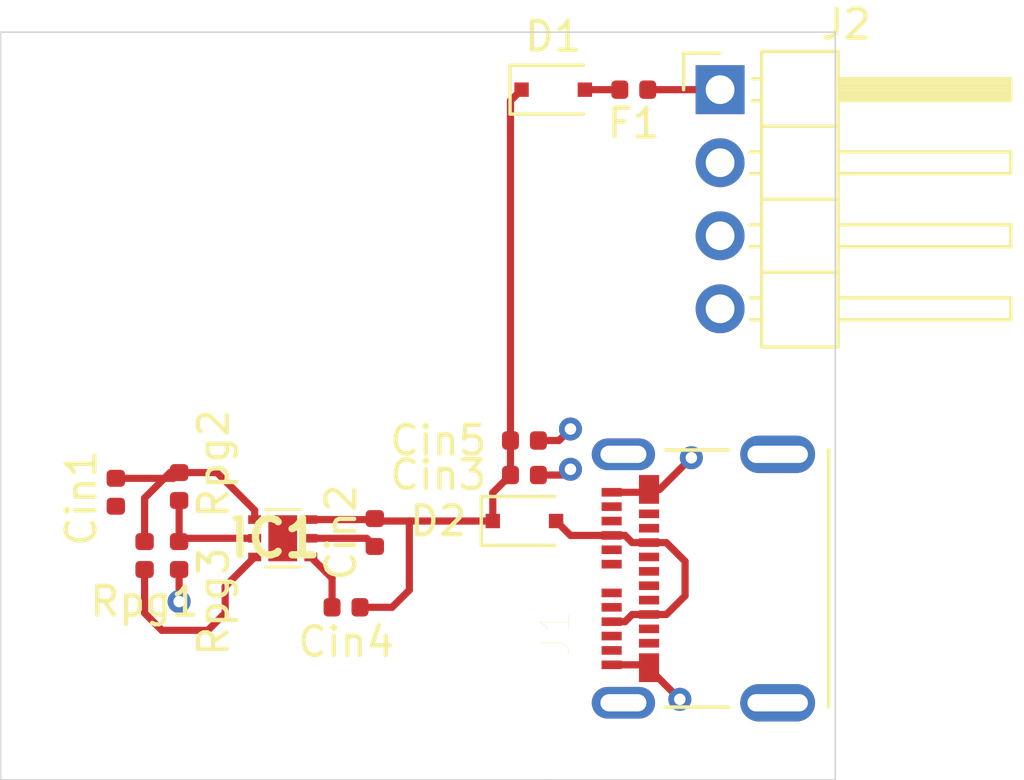
<source format=kicad_pcb>
(kicad_pcb (version 20171130) (host pcbnew "(5.1.6)-1")

  (general
    (thickness 1.6)
    (drawings 6)
    (tracks 67)
    (zones 0)
    (modules 14)
    (nets 29)
  )

  (page A4)
  (layers
    (0 F.Cu signal)
    (31 B.Cu signal)
    (32 B.Adhes user)
    (33 F.Adhes user)
    (34 B.Paste user)
    (35 F.Paste user)
    (36 B.SilkS user)
    (37 F.SilkS user)
    (38 B.Mask user)
    (39 F.Mask user)
    (40 Dwgs.User user)
    (41 Cmts.User user)
    (42 Eco1.User user)
    (43 Eco2.User user)
    (44 Edge.Cuts user)
    (45 Margin user)
    (46 B.CrtYd user)
    (47 F.CrtYd user)
    (48 B.Fab user)
    (49 F.Fab user)
  )

  (setup
    (last_trace_width 0.25)
    (trace_clearance 0.2)
    (zone_clearance 0.508)
    (zone_45_only no)
    (trace_min 0.2)
    (via_size 0.8)
    (via_drill 0.4)
    (via_min_size 0.4)
    (via_min_drill 0.3)
    (uvia_size 0.3)
    (uvia_drill 0.1)
    (uvias_allowed no)
    (uvia_min_size 0.2)
    (uvia_min_drill 0.1)
    (edge_width 0.05)
    (segment_width 0.2)
    (pcb_text_width 0.3)
    (pcb_text_size 1.5 1.5)
    (mod_edge_width 0.12)
    (mod_text_size 1 1)
    (mod_text_width 0.15)
    (pad_size 1.524 1.524)
    (pad_drill 0.762)
    (pad_to_mask_clearance 0.05)
    (aux_axis_origin 0 0)
    (visible_elements 7FFFFFFF)
    (pcbplotparams
      (layerselection 0x010fc_ffffffff)
      (usegerberextensions false)
      (usegerberattributes true)
      (usegerberadvancedattributes true)
      (creategerberjobfile true)
      (excludeedgelayer true)
      (linewidth 0.100000)
      (plotframeref false)
      (viasonmask false)
      (mode 1)
      (useauxorigin false)
      (hpglpennumber 1)
      (hpglpenspeed 20)
      (hpglpendiameter 15.000000)
      (psnegative false)
      (psa4output false)
      (plotreference true)
      (plotvalue true)
      (plotinvisibletext false)
      (padsonsilk false)
      (subtractmaskfromsilk false)
      (outputformat 1)
      (mirror false)
      (drillshape 1)
      (scaleselection 1)
      (outputdirectory ""))
  )

  (net 0 "")
  (net 1 +3V3)
  (net 2 GND)
  (net 3 VDD)
  (net 4 "Net-(Cin2-Pad1)")
  (net 5 "Net-(Cin4-Pad1)")
  (net 6 "Net-(D1-Pad2)")
  (net 7 "Net-(D2-Pad2)")
  (net 8 "Net-(F1-Pad1)")
  (net 9 "Net-(IC1-Pad3)")
  (net 10 "Net-(IC1-Pad2)")
  (net 11 "Net-(J1-PadB11)")
  (net 12 "Net-(J1-PadB10)")
  (net 13 "Net-(J1-PadB8)")
  (net 14 "Net-(J1-PadB7)")
  (net 15 "Net-(J1-PadB6)")
  (net 16 "Net-(J1-PadB5)")
  (net 17 "Net-(J1-PadB3)")
  (net 18 "Net-(J1-PadB2)")
  (net 19 "Net-(J1-PadA11)")
  (net 20 "Net-(J1-PadA10)")
  (net 21 "Net-(J1-PadA8)")
  (net 22 "Net-(J1-PadA7)")
  (net 23 "Net-(J1-PadA6)")
  (net 24 "Net-(J1-PadA5)")
  (net 25 "Net-(J1-PadA3)")
  (net 26 "Net-(J1-PadA2)")
  (net 27 "Net-(J2-Pad2)")
  (net 28 "Net-(J2-Pad3)")

  (net_class Default "This is the default net class."
    (clearance 0.2)
    (trace_width 0.25)
    (via_dia 0.8)
    (via_drill 0.4)
    (uvia_dia 0.3)
    (uvia_drill 0.1)
    (add_net +3V3)
    (add_net GND)
    (add_net "Net-(Cin2-Pad1)")
    (add_net "Net-(Cin4-Pad1)")
    (add_net "Net-(D1-Pad2)")
    (add_net "Net-(D2-Pad2)")
    (add_net "Net-(F1-Pad1)")
    (add_net "Net-(IC1-Pad2)")
    (add_net "Net-(IC1-Pad3)")
    (add_net "Net-(J1-PadA10)")
    (add_net "Net-(J1-PadA11)")
    (add_net "Net-(J1-PadA2)")
    (add_net "Net-(J1-PadA3)")
    (add_net "Net-(J1-PadA5)")
    (add_net "Net-(J1-PadA6)")
    (add_net "Net-(J1-PadA7)")
    (add_net "Net-(J1-PadA8)")
    (add_net "Net-(J1-PadB10)")
    (add_net "Net-(J1-PadB11)")
    (add_net "Net-(J1-PadB2)")
    (add_net "Net-(J1-PadB3)")
    (add_net "Net-(J1-PadB5)")
    (add_net "Net-(J1-PadB6)")
    (add_net "Net-(J1-PadB7)")
    (add_net "Net-(J1-PadB8)")
    (add_net "Net-(J2-Pad2)")
    (add_net "Net-(J2-Pad3)")
    (add_net VDD)
  )

  (module Capacitor_SMD:C_0402_1005Metric (layer F.Cu) (tedit 5B301BBE) (tstamp 5F89A41A)
    (at 175 50 270)
    (descr "Capacitor SMD 0402 (1005 Metric), square (rectangular) end terminal, IPC_7351 nominal, (Body size source: http://www.tortai-tech.com/upload/download/2011102023233369053.pdf), generated with kicad-footprint-generator")
    (tags capacitor)
    (path /5F8A7790)
    (attr smd)
    (fp_text reference Cin1 (at 0.2 1.2 90) (layer F.SilkS)
      (effects (font (size 1 1) (thickness 0.15)))
    )
    (fp_text value 2.2uF (at 0 1.17 90) (layer F.Fab)
      (effects (font (size 1 1) (thickness 0.15)))
    )
    (fp_line (start -0.5 0.25) (end -0.5 -0.25) (layer F.Fab) (width 0.1))
    (fp_line (start -0.5 -0.25) (end 0.5 -0.25) (layer F.Fab) (width 0.1))
    (fp_line (start 0.5 -0.25) (end 0.5 0.25) (layer F.Fab) (width 0.1))
    (fp_line (start 0.5 0.25) (end -0.5 0.25) (layer F.Fab) (width 0.1))
    (fp_line (start -0.93 0.47) (end -0.93 -0.47) (layer F.CrtYd) (width 0.05))
    (fp_line (start -0.93 -0.47) (end 0.93 -0.47) (layer F.CrtYd) (width 0.05))
    (fp_line (start 0.93 -0.47) (end 0.93 0.47) (layer F.CrtYd) (width 0.05))
    (fp_line (start 0.93 0.47) (end -0.93 0.47) (layer F.CrtYd) (width 0.05))
    (fp_text user %R (at 0 0 90) (layer F.Fab)
      (effects (font (size 0.25 0.25) (thickness 0.04)))
    )
    (pad 1 smd roundrect (at -0.485 0 270) (size 0.59 0.64) (layers F.Cu F.Paste F.Mask) (roundrect_rratio 0.25)
      (net 1 +3V3))
    (pad 2 smd roundrect (at 0.485 0 270) (size 0.59 0.64) (layers F.Cu F.Paste F.Mask) (roundrect_rratio 0.25)
      (net 2 GND))
    (model ${KISYS3DMOD}/Capacitor_SMD.3dshapes/C_0402_1005Metric.wrl
      (at (xyz 0 0 0))
      (scale (xyz 1 1 1))
      (rotate (xyz 0 0 0))
    )
  )

  (module Capacitor_SMD:C_0402_1005Metric (layer F.Cu) (tedit 5B301BBE) (tstamp 5F89A429)
    (at 184 51.4 90)
    (descr "Capacitor SMD 0402 (1005 Metric), square (rectangular) end terminal, IPC_7351 nominal, (Body size source: http://www.tortai-tech.com/upload/download/2011102023233369053.pdf), generated with kicad-footprint-generator")
    (tags capacitor)
    (path /5F8ACE4E)
    (attr smd)
    (fp_text reference Cin2 (at 0 -1.17 90) (layer F.SilkS)
      (effects (font (size 1 1) (thickness 0.15)))
    )
    (fp_text value 2.2uF (at 0 1.17 90) (layer F.Fab)
      (effects (font (size 1 1) (thickness 0.15)))
    )
    (fp_line (start 0.93 0.47) (end -0.93 0.47) (layer F.CrtYd) (width 0.05))
    (fp_line (start 0.93 -0.47) (end 0.93 0.47) (layer F.CrtYd) (width 0.05))
    (fp_line (start -0.93 -0.47) (end 0.93 -0.47) (layer F.CrtYd) (width 0.05))
    (fp_line (start -0.93 0.47) (end -0.93 -0.47) (layer F.CrtYd) (width 0.05))
    (fp_line (start 0.5 0.25) (end -0.5 0.25) (layer F.Fab) (width 0.1))
    (fp_line (start 0.5 -0.25) (end 0.5 0.25) (layer F.Fab) (width 0.1))
    (fp_line (start -0.5 -0.25) (end 0.5 -0.25) (layer F.Fab) (width 0.1))
    (fp_line (start -0.5 0.25) (end -0.5 -0.25) (layer F.Fab) (width 0.1))
    (fp_text user %R (at 0 0 90) (layer F.Fab)
      (effects (font (size 0.25 0.25) (thickness 0.04)))
    )
    (pad 2 smd roundrect (at 0.485 0 90) (size 0.59 0.64) (layers F.Cu F.Paste F.Mask) (roundrect_rratio 0.25)
      (net 3 VDD))
    (pad 1 smd roundrect (at -0.485 0 90) (size 0.59 0.64) (layers F.Cu F.Paste F.Mask) (roundrect_rratio 0.25)
      (net 4 "Net-(Cin2-Pad1)"))
    (model ${KISYS3DMOD}/Capacitor_SMD.3dshapes/C_0402_1005Metric.wrl
      (at (xyz 0 0 0))
      (scale (xyz 1 1 1))
      (rotate (xyz 0 0 0))
    )
  )

  (module Capacitor_SMD:C_0402_1005Metric (layer F.Cu) (tedit 5B301BBE) (tstamp 5F89A438)
    (at 189.2 49.4 180)
    (descr "Capacitor SMD 0402 (1005 Metric), square (rectangular) end terminal, IPC_7351 nominal, (Body size source: http://www.tortai-tech.com/upload/download/2011102023233369053.pdf), generated with kicad-footprint-generator")
    (tags capacitor)
    (path /5F8D80E7)
    (attr smd)
    (fp_text reference Cin3 (at 3 0) (layer F.SilkS)
      (effects (font (size 1 1) (thickness 0.15)))
    )
    (fp_text value 2.2uF (at 0 1.17) (layer F.Fab)
      (effects (font (size 1 1) (thickness 0.15)))
    )
    (fp_line (start -0.5 0.25) (end -0.5 -0.25) (layer F.Fab) (width 0.1))
    (fp_line (start -0.5 -0.25) (end 0.5 -0.25) (layer F.Fab) (width 0.1))
    (fp_line (start 0.5 -0.25) (end 0.5 0.25) (layer F.Fab) (width 0.1))
    (fp_line (start 0.5 0.25) (end -0.5 0.25) (layer F.Fab) (width 0.1))
    (fp_line (start -0.93 0.47) (end -0.93 -0.47) (layer F.CrtYd) (width 0.05))
    (fp_line (start -0.93 -0.47) (end 0.93 -0.47) (layer F.CrtYd) (width 0.05))
    (fp_line (start 0.93 -0.47) (end 0.93 0.47) (layer F.CrtYd) (width 0.05))
    (fp_line (start 0.93 0.47) (end -0.93 0.47) (layer F.CrtYd) (width 0.05))
    (fp_text user %R (at 0 0) (layer F.Fab)
      (effects (font (size 0.25 0.25) (thickness 0.04)))
    )
    (pad 1 smd roundrect (at -0.485 0 180) (size 0.59 0.64) (layers F.Cu F.Paste F.Mask) (roundrect_rratio 0.25)
      (net 2 GND))
    (pad 2 smd roundrect (at 0.485 0 180) (size 0.59 0.64) (layers F.Cu F.Paste F.Mask) (roundrect_rratio 0.25)
      (net 3 VDD))
    (model ${KISYS3DMOD}/Capacitor_SMD.3dshapes/C_0402_1005Metric.wrl
      (at (xyz 0 0 0))
      (scale (xyz 1 1 1))
      (rotate (xyz 0 0 0))
    )
  )

  (module Capacitor_SMD:C_0402_1005Metric (layer F.Cu) (tedit 5B301BBE) (tstamp 5F89A447)
    (at 183 54)
    (descr "Capacitor SMD 0402 (1005 Metric), square (rectangular) end terminal, IPC_7351 nominal, (Body size source: http://www.tortai-tech.com/upload/download/2011102023233369053.pdf), generated with kicad-footprint-generator")
    (tags capacitor)
    (path /5F8BBDCB)
    (attr smd)
    (fp_text reference Cin4 (at 0 1.2) (layer F.SilkS)
      (effects (font (size 1 1) (thickness 0.15)))
    )
    (fp_text value 2.2uF (at 0 1.17) (layer F.Fab)
      (effects (font (size 1 1) (thickness 0.15)))
    )
    (fp_line (start -0.5 0.25) (end -0.5 -0.25) (layer F.Fab) (width 0.1))
    (fp_line (start -0.5 -0.25) (end 0.5 -0.25) (layer F.Fab) (width 0.1))
    (fp_line (start 0.5 -0.25) (end 0.5 0.25) (layer F.Fab) (width 0.1))
    (fp_line (start 0.5 0.25) (end -0.5 0.25) (layer F.Fab) (width 0.1))
    (fp_line (start -0.93 0.47) (end -0.93 -0.47) (layer F.CrtYd) (width 0.05))
    (fp_line (start -0.93 -0.47) (end 0.93 -0.47) (layer F.CrtYd) (width 0.05))
    (fp_line (start 0.93 -0.47) (end 0.93 0.47) (layer F.CrtYd) (width 0.05))
    (fp_line (start 0.93 0.47) (end -0.93 0.47) (layer F.CrtYd) (width 0.05))
    (fp_text user %R (at 0 0) (layer F.Fab)
      (effects (font (size 0.25 0.25) (thickness 0.04)))
    )
    (pad 1 smd roundrect (at -0.485 0) (size 0.59 0.64) (layers F.Cu F.Paste F.Mask) (roundrect_rratio 0.25)
      (net 5 "Net-(Cin4-Pad1)"))
    (pad 2 smd roundrect (at 0.485 0) (size 0.59 0.64) (layers F.Cu F.Paste F.Mask) (roundrect_rratio 0.25)
      (net 3 VDD))
    (model ${KISYS3DMOD}/Capacitor_SMD.3dshapes/C_0402_1005Metric.wrl
      (at (xyz 0 0 0))
      (scale (xyz 1 1 1))
      (rotate (xyz 0 0 0))
    )
  )

  (module Capacitor_SMD:C_0402_1005Metric (layer F.Cu) (tedit 5B301BBE) (tstamp 5F89ACFD)
    (at 189.2 48.2 180)
    (descr "Capacitor SMD 0402 (1005 Metric), square (rectangular) end terminal, IPC_7351 nominal, (Body size source: http://www.tortai-tech.com/upload/download/2011102023233369053.pdf), generated with kicad-footprint-generator")
    (tags capacitor)
    (path /5F8DA818)
    (attr smd)
    (fp_text reference Cin5 (at 3 0) (layer F.SilkS)
      (effects (font (size 1 1) (thickness 0.15)))
    )
    (fp_text value 2.2uF (at 0 1.17) (layer F.Fab)
      (effects (font (size 1 1) (thickness 0.15)))
    )
    (fp_line (start 0.93 0.47) (end -0.93 0.47) (layer F.CrtYd) (width 0.05))
    (fp_line (start 0.93 -0.47) (end 0.93 0.47) (layer F.CrtYd) (width 0.05))
    (fp_line (start -0.93 -0.47) (end 0.93 -0.47) (layer F.CrtYd) (width 0.05))
    (fp_line (start -0.93 0.47) (end -0.93 -0.47) (layer F.CrtYd) (width 0.05))
    (fp_line (start 0.5 0.25) (end -0.5 0.25) (layer F.Fab) (width 0.1))
    (fp_line (start 0.5 -0.25) (end 0.5 0.25) (layer F.Fab) (width 0.1))
    (fp_line (start -0.5 -0.25) (end 0.5 -0.25) (layer F.Fab) (width 0.1))
    (fp_line (start -0.5 0.25) (end -0.5 -0.25) (layer F.Fab) (width 0.1))
    (fp_text user %R (at 0 0) (layer F.Fab)
      (effects (font (size 0.25 0.25) (thickness 0.04)))
    )
    (pad 2 smd roundrect (at 0.485 0 180) (size 0.59 0.64) (layers F.Cu F.Paste F.Mask) (roundrect_rratio 0.25)
      (net 3 VDD))
    (pad 1 smd roundrect (at -0.485 0 180) (size 0.59 0.64) (layers F.Cu F.Paste F.Mask) (roundrect_rratio 0.25)
      (net 2 GND))
    (model ${KISYS3DMOD}/Capacitor_SMD.3dshapes/C_0402_1005Metric.wrl
      (at (xyz 0 0 0))
      (scale (xyz 1 1 1))
      (rotate (xyz 0 0 0))
    )
  )

  (module Diode_SMD:D_SOD-323F (layer F.Cu) (tedit 590A48EB) (tstamp 5F89A46E)
    (at 190.2 36)
    (descr "SOD-323F http://www.nxp.com/documents/outline_drawing/SOD323F.pdf")
    (tags SOD-323F)
    (path /5F918FBB)
    (attr smd)
    (fp_text reference D1 (at 0 -1.85) (layer F.SilkS)
      (effects (font (size 1 1) (thickness 0.15)))
    )
    (fp_text value PMEG1030EJ (at 0.1 1.9) (layer F.Fab)
      (effects (font (size 1 1) (thickness 0.15)))
    )
    (fp_line (start -1.5 -0.85) (end -1.5 0.85) (layer F.SilkS) (width 0.12))
    (fp_line (start 0.2 0) (end 0.45 0) (layer F.Fab) (width 0.1))
    (fp_line (start 0.2 0.35) (end -0.3 0) (layer F.Fab) (width 0.1))
    (fp_line (start 0.2 -0.35) (end 0.2 0.35) (layer F.Fab) (width 0.1))
    (fp_line (start -0.3 0) (end 0.2 -0.35) (layer F.Fab) (width 0.1))
    (fp_line (start -0.3 0) (end -0.5 0) (layer F.Fab) (width 0.1))
    (fp_line (start -0.3 -0.35) (end -0.3 0.35) (layer F.Fab) (width 0.1))
    (fp_line (start -0.9 0.7) (end -0.9 -0.7) (layer F.Fab) (width 0.1))
    (fp_line (start 0.9 0.7) (end -0.9 0.7) (layer F.Fab) (width 0.1))
    (fp_line (start 0.9 -0.7) (end 0.9 0.7) (layer F.Fab) (width 0.1))
    (fp_line (start -0.9 -0.7) (end 0.9 -0.7) (layer F.Fab) (width 0.1))
    (fp_line (start -1.6 -0.95) (end 1.6 -0.95) (layer F.CrtYd) (width 0.05))
    (fp_line (start 1.6 -0.95) (end 1.6 0.95) (layer F.CrtYd) (width 0.05))
    (fp_line (start -1.6 0.95) (end 1.6 0.95) (layer F.CrtYd) (width 0.05))
    (fp_line (start -1.6 -0.95) (end -1.6 0.95) (layer F.CrtYd) (width 0.05))
    (fp_line (start -1.5 0.85) (end 1.05 0.85) (layer F.SilkS) (width 0.12))
    (fp_line (start -1.5 -0.85) (end 1.05 -0.85) (layer F.SilkS) (width 0.12))
    (fp_text user %R (at 0 -1.85) (layer F.Fab)
      (effects (font (size 1 1) (thickness 0.15)))
    )
    (pad 1 smd rect (at -1.1 0) (size 0.5 0.5) (layers F.Cu F.Paste F.Mask)
      (net 3 VDD))
    (pad 2 smd rect (at 1.1 0) (size 0.5 0.5) (layers F.Cu F.Paste F.Mask)
      (net 6 "Net-(D1-Pad2)"))
    (model ${KISYS3DMOD}/Diode_SMD.3dshapes/D_SOD-323F.wrl
      (at (xyz 0 0 0))
      (scale (xyz 1 1 1))
      (rotate (xyz 0 0 0))
    )
  )

  (module Diode_SMD:D_SOD-323F (layer F.Cu) (tedit 590A48EB) (tstamp 5F89A486)
    (at 189.2 51)
    (descr "SOD-323F http://www.nxp.com/documents/outline_drawing/SOD323F.pdf")
    (tags SOD-323F)
    (path /5F9263FC)
    (attr smd)
    (fp_text reference D2 (at -3 0) (layer F.SilkS)
      (effects (font (size 1 1) (thickness 0.15)))
    )
    (fp_text value PMEG1030EJ (at 0.1 1.9) (layer F.Fab)
      (effects (font (size 1 1) (thickness 0.15)))
    )
    (fp_line (start -1.5 -0.85) (end 1.05 -0.85) (layer F.SilkS) (width 0.12))
    (fp_line (start -1.5 0.85) (end 1.05 0.85) (layer F.SilkS) (width 0.12))
    (fp_line (start -1.6 -0.95) (end -1.6 0.95) (layer F.CrtYd) (width 0.05))
    (fp_line (start -1.6 0.95) (end 1.6 0.95) (layer F.CrtYd) (width 0.05))
    (fp_line (start 1.6 -0.95) (end 1.6 0.95) (layer F.CrtYd) (width 0.05))
    (fp_line (start -1.6 -0.95) (end 1.6 -0.95) (layer F.CrtYd) (width 0.05))
    (fp_line (start -0.9 -0.7) (end 0.9 -0.7) (layer F.Fab) (width 0.1))
    (fp_line (start 0.9 -0.7) (end 0.9 0.7) (layer F.Fab) (width 0.1))
    (fp_line (start 0.9 0.7) (end -0.9 0.7) (layer F.Fab) (width 0.1))
    (fp_line (start -0.9 0.7) (end -0.9 -0.7) (layer F.Fab) (width 0.1))
    (fp_line (start -0.3 -0.35) (end -0.3 0.35) (layer F.Fab) (width 0.1))
    (fp_line (start -0.3 0) (end -0.5 0) (layer F.Fab) (width 0.1))
    (fp_line (start -0.3 0) (end 0.2 -0.35) (layer F.Fab) (width 0.1))
    (fp_line (start 0.2 -0.35) (end 0.2 0.35) (layer F.Fab) (width 0.1))
    (fp_line (start 0.2 0.35) (end -0.3 0) (layer F.Fab) (width 0.1))
    (fp_line (start 0.2 0) (end 0.45 0) (layer F.Fab) (width 0.1))
    (fp_line (start -1.5 -0.85) (end -1.5 0.85) (layer F.SilkS) (width 0.12))
    (fp_text user %R (at 0 -1.85) (layer F.Fab)
      (effects (font (size 1 1) (thickness 0.15)))
    )
    (pad 2 smd rect (at 1.1 0) (size 0.5 0.5) (layers F.Cu F.Paste F.Mask)
      (net 7 "Net-(D2-Pad2)"))
    (pad 1 smd rect (at -1.1 0) (size 0.5 0.5) (layers F.Cu F.Paste F.Mask)
      (net 3 VDD))
    (model ${KISYS3DMOD}/Diode_SMD.3dshapes/D_SOD-323F.wrl
      (at (xyz 0 0 0))
      (scale (xyz 1 1 1))
      (rotate (xyz 0 0 0))
    )
  )

  (module Fuse:Fuse_0402_1005Metric (layer F.Cu) (tedit 5F8941B1) (tstamp 5F89A495)
    (at 193 36 180)
    (descr "Fuse SMD 0402 (1005 Metric), square (rectangular) end terminal, IPC_7351 nominal, (Body size source: http://www.tortai-tech.com/upload/download/2011102023233369053.pdf), generated with kicad-footprint-generator")
    (tags resistor)
    (path /5F9006E7)
    (attr smd)
    (fp_text reference F1 (at 0 -1.17) (layer F.SilkS)
      (effects (font (size 1 1) (thickness 0.15)))
    )
    (fp_text value ERB-RD1R00X (at 0 1.17) (layer F.Fab)
      (effects (font (size 1 1) (thickness 0.15)))
    )
    (fp_line (start 0.93 0.47) (end -0.93 0.47) (layer F.CrtYd) (width 0.05))
    (fp_line (start 0.93 -0.47) (end 0.93 0.47) (layer F.CrtYd) (width 0.05))
    (fp_line (start -0.93 -0.47) (end 0.93 -0.47) (layer F.CrtYd) (width 0.05))
    (fp_line (start -0.93 0.47) (end -0.93 -0.47) (layer F.CrtYd) (width 0.05))
    (fp_line (start 0.5 0.25) (end -0.5 0.25) (layer F.Fab) (width 0.1))
    (fp_line (start 0.5 -0.25) (end 0.5 0.25) (layer F.Fab) (width 0.1))
    (fp_line (start -0.5 -0.25) (end 0.5 -0.25) (layer F.Fab) (width 0.1))
    (fp_line (start -0.5 0.25) (end -0.5 -0.25) (layer F.Fab) (width 0.1))
    (fp_text user %R (at 0 0 180) (layer F.Fab)
      (effects (font (size 0.25 0.25) (thickness 0.04)))
    )
    (pad 1 smd roundrect (at -0.485 0 180) (size 0.59 0.64) (layers F.Cu F.Paste F.Mask) (roundrect_rratio 0.25)
      (net 8 "Net-(F1-Pad1)"))
    (pad 2 smd roundrect (at 0.485 0 180) (size 0.59 0.64) (layers F.Cu F.Paste F.Mask) (roundrect_rratio 0.25)
      (net 6 "Net-(D1-Pad2)"))
    (model ${KISYS3DMOD}/Fuse.3dshapes/Fuse_0402_1005Metric.wrl
      (at (xyz 0 0 0))
      (scale (xyz 1 1 1))
      (rotate (xyz 0 0 0))
    )
    (model ${KISYS3DMOD}/Resistor_SMD.3dshapes/R_0402_1005Metric.wrl
      (at (xyz 0 0 0))
      (scale (xyz 1 1 1))
      (rotate (xyz 0 0 0))
    )
  )

  (module ASSETS:TPS7A2633DRVR (layer F.Cu) (tedit 5F892EB3) (tstamp 5F89A4AF)
    (at 180.8 51.6)
    (descr TPS7A2633DRVR-1)
    (tags "Integrated Circuit")
    (path /5F8941AB)
    (attr smd)
    (fp_text reference IC1 (at -0.25 0) (layer F.SilkS)
      (effects (font (size 1.27 1.27) (thickness 0.254)))
    )
    (fp_text value TPS7A2633DRVR (at -0.25 0) (layer F.SilkS) hide
      (effects (font (size 1.27 1.27) (thickness 0.254)))
    )
    (fp_line (start -1 -1) (end 1 -1) (layer F.Fab) (width 0.2))
    (fp_line (start 1 -1) (end 1 1) (layer F.Fab) (width 0.2))
    (fp_line (start 1 1) (end -1 1) (layer F.Fab) (width 0.2))
    (fp_line (start -1 1) (end -1 -1) (layer F.Fab) (width 0.2))
    (fp_line (start -2.7 -2) (end 2.2 -2) (layer F.CrtYd) (width 0.1))
    (fp_line (start 2.2 -2) (end 2.2 2) (layer F.CrtYd) (width 0.1))
    (fp_line (start 2.2 2) (end -2.7 2) (layer F.CrtYd) (width 0.1))
    (fp_line (start -2.7 2) (end -2.7 -2) (layer F.CrtYd) (width 0.1))
    (fp_line (start -0.6 -1) (end 0.6 -1) (layer F.SilkS) (width 0.1))
    (fp_line (start -0.6 1) (end 0.6 1) (layer F.SilkS) (width 0.1))
    (fp_line (start -1.7 -0.7) (end -1.7 -0.7) (layer F.SilkS) (width 0.1))
    (fp_line (start -1.6 -0.7) (end -1.6 -0.7) (layer F.SilkS) (width 0.1))
    (fp_arc (start -1.65 -0.7) (end -1.6 -0.7) (angle -180) (layer F.SilkS) (width 0.1))
    (fp_arc (start -1.65 -0.7) (end -1.7 -0.7) (angle -180) (layer F.SilkS) (width 0.1))
    (fp_text user %R (at -0.25 0) (layer F.Fab)
      (effects (font (size 1.27 1.27) (thickness 0.254)))
    )
    (pad 7 smd rect (at 0 0) (size 1 1.6) (layers F.Cu F.Paste F.Mask)
      (net 2 GND))
    (pad 6 smd rect (at 0.975 -0.65 90) (size 0.3 0.45) (layers F.Cu F.Paste F.Mask)
      (net 3 VDD))
    (pad 5 smd rect (at 0.975 0 90) (size 0.3 0.45) (layers F.Cu F.Paste F.Mask)
      (net 4 "Net-(Cin2-Pad1)"))
    (pad 4 smd rect (at 0.975 0.65 90) (size 0.3 0.45) (layers F.Cu F.Paste F.Mask)
      (net 5 "Net-(Cin4-Pad1)"))
    (pad 3 smd rect (at -0.975 0.65 90) (size 0.3 0.45) (layers F.Cu F.Paste F.Mask)
      (net 9 "Net-(IC1-Pad3)"))
    (pad 2 smd rect (at -0.975 0 90) (size 0.3 0.45) (layers F.Cu F.Paste F.Mask)
      (net 10 "Net-(IC1-Pad2)"))
    (pad 1 smd rect (at -0.975 -0.65 90) (size 0.3 0.45) (layers F.Cu F.Paste F.Mask)
      (net 1 +3V3))
    (model D:/Mics/3D/TPS7A2633DRVR.stp
      (at (xyz 0 0 0))
      (scale (xyz 1 1 1))
      (rotate (xyz 0 0 0))
    )
  )

  (module ASSETS:MOLEX_105450-0101 (layer F.Cu) (tedit 5F893CFA) (tstamp 5F89A4DC)
    (at 196 53 90)
    (path /5F8C88AC)
    (fp_text reference J1 (at -1.899125 -5.722835 90) (layer F.SilkS)
      (effects (font (size 1.003598 1.003598) (thickness 0.015)))
    )
    (fp_text value USB_SMD_105450-0101 (at 5.748805 5.717805 90) (layer F.Fab)
      (effects (font (size 1.003504 1.003504) (thickness 0.015)))
    )
    (fp_poly (pts (xy -3.50081 -1.88) (xy 3.5 -1.88) (xy 3.5 3.77087) (xy -3.50081 3.77087)) (layer Dwgs.User) (width 0.01))
    (fp_line (start -4.47 3.95) (end 4.47 3.95) (layer F.Fab) (width 0.127))
    (fp_line (start 4.47 3.95) (end 4.47 -3.95) (layer F.Fab) (width 0.127))
    (fp_line (start 4.47 -3.95) (end -4.47 -3.95) (layer F.Fab) (width 0.127))
    (fp_line (start -4.47 -3.95) (end -4.47 3.95) (layer F.Fab) (width 0.127))
    (fp_line (start -5.22 -4.71) (end 5.22 -4.71) (layer F.CrtYd) (width 0.05))
    (fp_line (start 5.22 -4.71) (end 5.22 4.2) (layer F.CrtYd) (width 0.05))
    (fp_line (start 5.22 4.2) (end -5.22 4.2) (layer F.CrtYd) (width 0.05))
    (fp_line (start -5.22 4.2) (end -5.22 -4.71) (layer F.CrtYd) (width 0.05))
    (fp_line (start -4.47 3.77) (end 4.47 3.77) (layer F.SilkS) (width 0.127))
    (fp_line (start -4.47 0.3) (end -4.47 -1.9) (layer F.SilkS) (width 0.127))
    (fp_line (start 4.47 0.3) (end 4.47 -1.9) (layer F.SilkS) (width 0.127))
    (fp_poly (pts (xy -3.50241 -1.88) (xy 3.5 -1.88) (xy 3.5 3.7726) (xy -3.50241 3.7726)) (layer Dwgs.User) (width 0.01))
    (pad S4 thru_hole oval (at 4.32 2 90) (size 1.3 2.6) (drill oval 0.6 2.1) (layers *.Cu *.Mask)
      (net 2 GND))
    (pad S3 thru_hole oval (at -4.32 2 90) (size 1.3 2.6) (drill oval 0.6 2.1) (layers *.Cu *.Mask)
      (net 2 GND))
    (pad S2 thru_hole oval (at 4.32 -3.36 90) (size 1.1 2.2) (drill oval 0.6 1.6) (layers *.Cu *.Mask)
      (net 2 GND))
    (pad S1 thru_hole oval (at -4.32 -3.36 90) (size 1.1 2.2) (drill oval 0.6 1.6) (layers *.Cu *.Mask)
      (net 2 GND))
    (pad B12 smd rect (at -3.1 -2.47 90) (size 1 0.7) (layers F.Cu F.Paste F.Mask)
      (net 2 GND))
    (pad B11 smd rect (at -2.25 -2.47 90) (size 0.3 0.7) (layers F.Cu F.Paste F.Mask)
      (net 11 "Net-(J1-PadB11)"))
    (pad B10 smd rect (at -1.75 -2.47 90) (size 0.3 0.7) (layers F.Cu F.Paste F.Mask)
      (net 12 "Net-(J1-PadB10)"))
    (pad B9 smd rect (at -1.25 -2.47 90) (size 0.3 0.7) (layers F.Cu F.Paste F.Mask)
      (net 7 "Net-(D2-Pad2)"))
    (pad B8 smd rect (at -0.75 -2.47 90) (size 0.3 0.7) (layers F.Cu F.Paste F.Mask)
      (net 13 "Net-(J1-PadB8)"))
    (pad B7 smd rect (at -0.25 -2.47 90) (size 0.3 0.7) (layers F.Cu F.Paste F.Mask)
      (net 14 "Net-(J1-PadB7)"))
    (pad B6 smd rect (at 0.25 -2.47 90) (size 0.3 0.7) (layers F.Cu F.Paste F.Mask)
      (net 15 "Net-(J1-PadB6)"))
    (pad B5 smd rect (at 0.75 -2.47 90) (size 0.3 0.7) (layers F.Cu F.Paste F.Mask)
      (net 16 "Net-(J1-PadB5)"))
    (pad B4 smd rect (at 1.25 -2.47 90) (size 0.3 0.7) (layers F.Cu F.Paste F.Mask)
      (net 7 "Net-(D2-Pad2)"))
    (pad B3 smd rect (at 1.75 -2.47 90) (size 0.3 0.7) (layers F.Cu F.Paste F.Mask)
      (net 17 "Net-(J1-PadB3)"))
    (pad B2 smd rect (at 2.25 -2.47 90) (size 0.3 0.7) (layers F.Cu F.Paste F.Mask)
      (net 18 "Net-(J1-PadB2)"))
    (pad B1 smd rect (at 3.1 -2.47 90) (size 1 0.7) (layers F.Cu F.Paste F.Mask)
      (net 2 GND))
    (pad A12 smd rect (at 3 -3.77 90) (size 0.3 0.7) (layers F.Cu F.Paste F.Mask)
      (net 2 GND))
    (pad A11 smd rect (at 2.5 -3.77 90) (size 0.3 0.7) (layers F.Cu F.Paste F.Mask)
      (net 19 "Net-(J1-PadA11)"))
    (pad A10 smd rect (at 2 -3.77 90) (size 0.3 0.7) (layers F.Cu F.Paste F.Mask)
      (net 20 "Net-(J1-PadA10)"))
    (pad A9 smd rect (at 1.5 -3.77 90) (size 0.3 0.7) (layers F.Cu F.Paste F.Mask)
      (net 7 "Net-(D2-Pad2)"))
    (pad A8 smd rect (at 1 -3.77 90) (size 0.3 0.7) (layers F.Cu F.Paste F.Mask)
      (net 21 "Net-(J1-PadA8)"))
    (pad A7 smd rect (at 0.5 -3.77 90) (size 0.3 0.7) (layers F.Cu F.Paste F.Mask)
      (net 22 "Net-(J1-PadA7)"))
    (pad A6 smd rect (at -0.5 -3.77 90) (size 0.3 0.7) (layers F.Cu F.Paste F.Mask)
      (net 23 "Net-(J1-PadA6)"))
    (pad A5 smd rect (at -1 -3.77 90) (size 0.3 0.7) (layers F.Cu F.Paste F.Mask)
      (net 24 "Net-(J1-PadA5)"))
    (pad A4 smd rect (at -1.5 -3.77 90) (size 0.3 0.7) (layers F.Cu F.Paste F.Mask)
      (net 7 "Net-(D2-Pad2)"))
    (pad A3 smd rect (at -2 -3.77 90) (size 0.3 0.7) (layers F.Cu F.Paste F.Mask)
      (net 25 "Net-(J1-PadA3)"))
    (pad A2 smd rect (at -2.5 -3.77 90) (size 0.3 0.7) (layers F.Cu F.Paste F.Mask)
      (net 26 "Net-(J1-PadA2)"))
    (pad A1 smd rect (at -3 -3.77 90) (size 0.3 0.7) (layers F.Cu F.Paste F.Mask)
      (net 2 GND))
    (model D:/Mics/3D/USB_105450-0101--3DModel-STEP-56544.STEP
      (at (xyz 0 0 0))
      (scale (xyz 1 1 1))
      (rotate (xyz -90 0 0))
    )
  )

  (module Connector_PinHeader_2.54mm:PinHeader_1x04_P2.54mm_Horizontal (layer F.Cu) (tedit 59FED5CB) (tstamp 5F89A529)
    (at 196 36)
    (descr "Through hole angled pin header, 1x04, 2.54mm pitch, 6mm pin length, single row")
    (tags "Through hole angled pin header THT 1x04 2.54mm single row")
    (path /5F8F63CF)
    (fp_text reference J2 (at 4.385 -2.27) (layer F.SilkS)
      (effects (font (size 1 1) (thickness 0.15)))
    )
    (fp_text value Conn_01x04 (at 4.385 9.89) (layer F.Fab)
      (effects (font (size 1 1) (thickness 0.15)))
    )
    (fp_line (start 2.135 -1.27) (end 4.04 -1.27) (layer F.Fab) (width 0.1))
    (fp_line (start 4.04 -1.27) (end 4.04 8.89) (layer F.Fab) (width 0.1))
    (fp_line (start 4.04 8.89) (end 1.5 8.89) (layer F.Fab) (width 0.1))
    (fp_line (start 1.5 8.89) (end 1.5 -0.635) (layer F.Fab) (width 0.1))
    (fp_line (start 1.5 -0.635) (end 2.135 -1.27) (layer F.Fab) (width 0.1))
    (fp_line (start -0.32 -0.32) (end 1.5 -0.32) (layer F.Fab) (width 0.1))
    (fp_line (start -0.32 -0.32) (end -0.32 0.32) (layer F.Fab) (width 0.1))
    (fp_line (start -0.32 0.32) (end 1.5 0.32) (layer F.Fab) (width 0.1))
    (fp_line (start 4.04 -0.32) (end 10.04 -0.32) (layer F.Fab) (width 0.1))
    (fp_line (start 10.04 -0.32) (end 10.04 0.32) (layer F.Fab) (width 0.1))
    (fp_line (start 4.04 0.32) (end 10.04 0.32) (layer F.Fab) (width 0.1))
    (fp_line (start -0.32 2.22) (end 1.5 2.22) (layer F.Fab) (width 0.1))
    (fp_line (start -0.32 2.22) (end -0.32 2.86) (layer F.Fab) (width 0.1))
    (fp_line (start -0.32 2.86) (end 1.5 2.86) (layer F.Fab) (width 0.1))
    (fp_line (start 4.04 2.22) (end 10.04 2.22) (layer F.Fab) (width 0.1))
    (fp_line (start 10.04 2.22) (end 10.04 2.86) (layer F.Fab) (width 0.1))
    (fp_line (start 4.04 2.86) (end 10.04 2.86) (layer F.Fab) (width 0.1))
    (fp_line (start -0.32 4.76) (end 1.5 4.76) (layer F.Fab) (width 0.1))
    (fp_line (start -0.32 4.76) (end -0.32 5.4) (layer F.Fab) (width 0.1))
    (fp_line (start -0.32 5.4) (end 1.5 5.4) (layer F.Fab) (width 0.1))
    (fp_line (start 4.04 4.76) (end 10.04 4.76) (layer F.Fab) (width 0.1))
    (fp_line (start 10.04 4.76) (end 10.04 5.4) (layer F.Fab) (width 0.1))
    (fp_line (start 4.04 5.4) (end 10.04 5.4) (layer F.Fab) (width 0.1))
    (fp_line (start -0.32 7.3) (end 1.5 7.3) (layer F.Fab) (width 0.1))
    (fp_line (start -0.32 7.3) (end -0.32 7.94) (layer F.Fab) (width 0.1))
    (fp_line (start -0.32 7.94) (end 1.5 7.94) (layer F.Fab) (width 0.1))
    (fp_line (start 4.04 7.3) (end 10.04 7.3) (layer F.Fab) (width 0.1))
    (fp_line (start 10.04 7.3) (end 10.04 7.94) (layer F.Fab) (width 0.1))
    (fp_line (start 4.04 7.94) (end 10.04 7.94) (layer F.Fab) (width 0.1))
    (fp_line (start 1.44 -1.33) (end 1.44 8.95) (layer F.SilkS) (width 0.12))
    (fp_line (start 1.44 8.95) (end 4.1 8.95) (layer F.SilkS) (width 0.12))
    (fp_line (start 4.1 8.95) (end 4.1 -1.33) (layer F.SilkS) (width 0.12))
    (fp_line (start 4.1 -1.33) (end 1.44 -1.33) (layer F.SilkS) (width 0.12))
    (fp_line (start 4.1 -0.38) (end 10.1 -0.38) (layer F.SilkS) (width 0.12))
    (fp_line (start 10.1 -0.38) (end 10.1 0.38) (layer F.SilkS) (width 0.12))
    (fp_line (start 10.1 0.38) (end 4.1 0.38) (layer F.SilkS) (width 0.12))
    (fp_line (start 4.1 -0.32) (end 10.1 -0.32) (layer F.SilkS) (width 0.12))
    (fp_line (start 4.1 -0.2) (end 10.1 -0.2) (layer F.SilkS) (width 0.12))
    (fp_line (start 4.1 -0.08) (end 10.1 -0.08) (layer F.SilkS) (width 0.12))
    (fp_line (start 4.1 0.04) (end 10.1 0.04) (layer F.SilkS) (width 0.12))
    (fp_line (start 4.1 0.16) (end 10.1 0.16) (layer F.SilkS) (width 0.12))
    (fp_line (start 4.1 0.28) (end 10.1 0.28) (layer F.SilkS) (width 0.12))
    (fp_line (start 1.11 -0.38) (end 1.44 -0.38) (layer F.SilkS) (width 0.12))
    (fp_line (start 1.11 0.38) (end 1.44 0.38) (layer F.SilkS) (width 0.12))
    (fp_line (start 1.44 1.27) (end 4.1 1.27) (layer F.SilkS) (width 0.12))
    (fp_line (start 4.1 2.16) (end 10.1 2.16) (layer F.SilkS) (width 0.12))
    (fp_line (start 10.1 2.16) (end 10.1 2.92) (layer F.SilkS) (width 0.12))
    (fp_line (start 10.1 2.92) (end 4.1 2.92) (layer F.SilkS) (width 0.12))
    (fp_line (start 1.042929 2.16) (end 1.44 2.16) (layer F.SilkS) (width 0.12))
    (fp_line (start 1.042929 2.92) (end 1.44 2.92) (layer F.SilkS) (width 0.12))
    (fp_line (start 1.44 3.81) (end 4.1 3.81) (layer F.SilkS) (width 0.12))
    (fp_line (start 4.1 4.7) (end 10.1 4.7) (layer F.SilkS) (width 0.12))
    (fp_line (start 10.1 4.7) (end 10.1 5.46) (layer F.SilkS) (width 0.12))
    (fp_line (start 10.1 5.46) (end 4.1 5.46) (layer F.SilkS) (width 0.12))
    (fp_line (start 1.042929 4.7) (end 1.44 4.7) (layer F.SilkS) (width 0.12))
    (fp_line (start 1.042929 5.46) (end 1.44 5.46) (layer F.SilkS) (width 0.12))
    (fp_line (start 1.44 6.35) (end 4.1 6.35) (layer F.SilkS) (width 0.12))
    (fp_line (start 4.1 7.24) (end 10.1 7.24) (layer F.SilkS) (width 0.12))
    (fp_line (start 10.1 7.24) (end 10.1 8) (layer F.SilkS) (width 0.12))
    (fp_line (start 10.1 8) (end 4.1 8) (layer F.SilkS) (width 0.12))
    (fp_line (start 1.042929 7.24) (end 1.44 7.24) (layer F.SilkS) (width 0.12))
    (fp_line (start 1.042929 8) (end 1.44 8) (layer F.SilkS) (width 0.12))
    (fp_line (start -1.27 0) (end -1.27 -1.27) (layer F.SilkS) (width 0.12))
    (fp_line (start -1.27 -1.27) (end 0 -1.27) (layer F.SilkS) (width 0.12))
    (fp_line (start -1.8 -1.8) (end -1.8 9.4) (layer F.CrtYd) (width 0.05))
    (fp_line (start -1.8 9.4) (end 10.55 9.4) (layer F.CrtYd) (width 0.05))
    (fp_line (start 10.55 9.4) (end 10.55 -1.8) (layer F.CrtYd) (width 0.05))
    (fp_line (start 10.55 -1.8) (end -1.8 -1.8) (layer F.CrtYd) (width 0.05))
    (fp_text user %R (at 2.77 3.81 90) (layer F.Fab)
      (effects (font (size 1 1) (thickness 0.15)))
    )
    (pad 1 thru_hole rect (at 0 0) (size 1.7 1.7) (drill 1) (layers *.Cu *.Mask)
      (net 8 "Net-(F1-Pad1)"))
    (pad 2 thru_hole oval (at 0 2.54) (size 1.7 1.7) (drill 1) (layers *.Cu *.Mask)
      (net 27 "Net-(J2-Pad2)"))
    (pad 3 thru_hole oval (at 0 5.08) (size 1.7 1.7) (drill 1) (layers *.Cu *.Mask)
      (net 28 "Net-(J2-Pad3)"))
    (pad 4 thru_hole oval (at 0 7.62) (size 1.7 1.7) (drill 1) (layers *.Cu *.Mask)
      (net 2 GND))
    (model ${KISYS3DMOD}/Connector_PinHeader_2.54mm.3dshapes/PinHeader_1x04_P2.54mm_Horizontal.wrl
      (at (xyz 0 0 0))
      (scale (xyz 1 1 1))
      (rotate (xyz 0 0 0))
    )
  )

  (module Resistor_SMD:R_0402_1005Metric (layer F.Cu) (tedit 5B301BBD) (tstamp 5F89B619)
    (at 176 52.2 270)
    (descr "Resistor SMD 0402 (1005 Metric), square (rectangular) end terminal, IPC_7351 nominal, (Body size source: http://www.tortai-tech.com/upload/download/2011102023233369053.pdf), generated with kicad-footprint-generator")
    (tags resistor)
    (path /5F8A5EB2)
    (attr smd)
    (fp_text reference Rpg1 (at 1.6 0 180) (layer F.SilkS)
      (effects (font (size 1 1) (thickness 0.15)))
    )
    (fp_text value R_Small (at 0 1.17 90) (layer F.Fab)
      (effects (font (size 1 1) (thickness 0.15)))
    )
    (fp_line (start 0.93 0.47) (end -0.93 0.47) (layer F.CrtYd) (width 0.05))
    (fp_line (start 0.93 -0.47) (end 0.93 0.47) (layer F.CrtYd) (width 0.05))
    (fp_line (start -0.93 -0.47) (end 0.93 -0.47) (layer F.CrtYd) (width 0.05))
    (fp_line (start -0.93 0.47) (end -0.93 -0.47) (layer F.CrtYd) (width 0.05))
    (fp_line (start 0.5 0.25) (end -0.5 0.25) (layer F.Fab) (width 0.1))
    (fp_line (start 0.5 -0.25) (end 0.5 0.25) (layer F.Fab) (width 0.1))
    (fp_line (start -0.5 -0.25) (end 0.5 -0.25) (layer F.Fab) (width 0.1))
    (fp_line (start -0.5 0.25) (end -0.5 -0.25) (layer F.Fab) (width 0.1))
    (fp_text user %R (at 0 0 90) (layer F.Fab)
      (effects (font (size 0.25 0.25) (thickness 0.04)))
    )
    (pad 2 smd roundrect (at 0.485 0 270) (size 0.59 0.64) (layers F.Cu F.Paste F.Mask) (roundrect_rratio 0.25)
      (net 9 "Net-(IC1-Pad3)"))
    (pad 1 smd roundrect (at -0.485 0 270) (size 0.59 0.64) (layers F.Cu F.Paste F.Mask) (roundrect_rratio 0.25)
      (net 1 +3V3))
    (model ${KISYS3DMOD}/Resistor_SMD.3dshapes/R_0402_1005Metric.wrl
      (at (xyz 0 0 0))
      (scale (xyz 1 1 1))
      (rotate (xyz 0 0 0))
    )
  )

  (module Resistor_SMD:R_0402_1005Metric (layer F.Cu) (tedit 5B301BBD) (tstamp 5F89B5D2)
    (at 177.2 49.8 270)
    (descr "Resistor SMD 0402 (1005 Metric), square (rectangular) end terminal, IPC_7351 nominal, (Body size source: http://www.tortai-tech.com/upload/download/2011102023233369053.pdf), generated with kicad-footprint-generator")
    (tags resistor)
    (path /5F8A3682)
    (attr smd)
    (fp_text reference Rpg2 (at -0.8 -1.2 90) (layer F.SilkS)
      (effects (font (size 1 1) (thickness 0.15)))
    )
    (fp_text value R_Small (at 0 1.17 90) (layer F.Fab)
      (effects (font (size 1 1) (thickness 0.15)))
    )
    (fp_line (start -0.5 0.25) (end -0.5 -0.25) (layer F.Fab) (width 0.1))
    (fp_line (start -0.5 -0.25) (end 0.5 -0.25) (layer F.Fab) (width 0.1))
    (fp_line (start 0.5 -0.25) (end 0.5 0.25) (layer F.Fab) (width 0.1))
    (fp_line (start 0.5 0.25) (end -0.5 0.25) (layer F.Fab) (width 0.1))
    (fp_line (start -0.93 0.47) (end -0.93 -0.47) (layer F.CrtYd) (width 0.05))
    (fp_line (start -0.93 -0.47) (end 0.93 -0.47) (layer F.CrtYd) (width 0.05))
    (fp_line (start 0.93 -0.47) (end 0.93 0.47) (layer F.CrtYd) (width 0.05))
    (fp_line (start 0.93 0.47) (end -0.93 0.47) (layer F.CrtYd) (width 0.05))
    (fp_text user %R (at 0 0 90) (layer F.Fab)
      (effects (font (size 0.25 0.25) (thickness 0.04)))
    )
    (pad 1 smd roundrect (at -0.485 0 270) (size 0.59 0.64) (layers F.Cu F.Paste F.Mask) (roundrect_rratio 0.25)
      (net 1 +3V3))
    (pad 2 smd roundrect (at 0.485 0 270) (size 0.59 0.64) (layers F.Cu F.Paste F.Mask) (roundrect_rratio 0.25)
      (net 10 "Net-(IC1-Pad2)"))
    (model ${KISYS3DMOD}/Resistor_SMD.3dshapes/R_0402_1005Metric.wrl
      (at (xyz 0 0 0))
      (scale (xyz 1 1 1))
      (rotate (xyz 0 0 0))
    )
  )

  (module Resistor_SMD:R_0402_1005Metric (layer F.Cu) (tedit 5B301BBD) (tstamp 5F89B5A8)
    (at 177.2 52.2 270)
    (descr "Resistor SMD 0402 (1005 Metric), square (rectangular) end terminal, IPC_7351 nominal, (Body size source: http://www.tortai-tech.com/upload/download/2011102023233369053.pdf), generated with kicad-footprint-generator")
    (tags resistor)
    (path /5F8AF413)
    (attr smd)
    (fp_text reference Rpg3 (at 1.6 -1.2 90) (layer F.SilkS)
      (effects (font (size 1 1) (thickness 0.15)))
    )
    (fp_text value R_Small (at 0 1.17 90) (layer F.Fab)
      (effects (font (size 1 1) (thickness 0.15)))
    )
    (fp_line (start -0.5 0.25) (end -0.5 -0.25) (layer F.Fab) (width 0.1))
    (fp_line (start -0.5 -0.25) (end 0.5 -0.25) (layer F.Fab) (width 0.1))
    (fp_line (start 0.5 -0.25) (end 0.5 0.25) (layer F.Fab) (width 0.1))
    (fp_line (start 0.5 0.25) (end -0.5 0.25) (layer F.Fab) (width 0.1))
    (fp_line (start -0.93 0.47) (end -0.93 -0.47) (layer F.CrtYd) (width 0.05))
    (fp_line (start -0.93 -0.47) (end 0.93 -0.47) (layer F.CrtYd) (width 0.05))
    (fp_line (start 0.93 -0.47) (end 0.93 0.47) (layer F.CrtYd) (width 0.05))
    (fp_line (start 0.93 0.47) (end -0.93 0.47) (layer F.CrtYd) (width 0.05))
    (fp_text user %R (at 0 0 90) (layer F.Fab)
      (effects (font (size 0.25 0.25) (thickness 0.04)))
    )
    (pad 1 smd roundrect (at -0.485 0 270) (size 0.59 0.64) (layers F.Cu F.Paste F.Mask) (roundrect_rratio 0.25)
      (net 10 "Net-(IC1-Pad2)"))
    (pad 2 smd roundrect (at 0.485 0 270) (size 0.59 0.64) (layers F.Cu F.Paste F.Mask) (roundrect_rratio 0.25)
      (net 2 GND))
    (model ${KISYS3DMOD}/Resistor_SMD.3dshapes/R_0402_1005Metric.wrl
      (at (xyz 0 0 0))
      (scale (xyz 1 1 1))
      (rotate (xyz 0 0 0))
    )
  )

  (gr_line (start 200 60) (end 200 48) (layer Edge.Cuts) (width 0.05))
  (gr_line (start 190 60) (end 200 60) (layer Edge.Cuts) (width 0.05))
  (gr_line (start 171 60) (end 190 60) (layer Edge.Cuts) (width 0.05))
  (gr_line (start 171 34) (end 171 60) (layer Edge.Cuts) (width 0.05))
  (gr_line (start 200 34) (end 171 34) (layer Edge.Cuts) (width 0.05))
  (gr_line (start 200 48) (end 200 34) (layer Edge.Cuts) (width 0.05))

  (segment (start 179.825 50.95) (end 179.825 50.625) (width 0.25) (layer F.Cu) (net 1))
  (segment (start 178.515 49.315) (end 177.2 49.315) (width 0.25) (layer F.Cu) (net 1))
  (segment (start 179.825 50.625) (end 178.515 49.315) (width 0.25) (layer F.Cu) (net 1))
  (segment (start 176 51.715) (end 176 50.2) (width 0.25) (layer F.Cu) (net 1))
  (segment (start 176.885 49.315) (end 177.2 49.315) (width 0.25) (layer F.Cu) (net 1))
  (segment (start 176 50.2) (end 176.885 49.315) (width 0.25) (layer F.Cu) (net 1))
  (segment (start 177 49.515) (end 177.2 49.315) (width 0.25) (layer F.Cu) (net 1))
  (segment (start 175 49.515) (end 177 49.515) (width 0.25) (layer F.Cu) (net 1))
  (via (at 190.8 49.2) (size 0.8) (drill 0.4) (layers F.Cu B.Cu) (net 2))
  (segment (start 189.685 49.4) (end 190.6 49.4) (width 0.25) (layer F.Cu) (net 2))
  (segment (start 190.6 49.4) (end 190.8 49.2) (width 0.25) (layer F.Cu) (net 2))
  (via (at 190.8 47.8) (size 0.8) (drill 0.4) (layers F.Cu B.Cu) (net 2))
  (segment (start 189.685 48.2) (end 190.4 48.2) (width 0.25) (layer F.Cu) (net 2))
  (segment (start 190.4 48.2) (end 190.8 47.8) (width 0.25) (layer F.Cu) (net 2))
  (segment (start 193.53 49.9) (end 193.9 49.9) (width 0.25) (layer F.Cu) (net 2))
  (via (at 195 48.8) (size 0.8) (drill 0.4) (layers F.Cu B.Cu) (net 2))
  (segment (start 193.9 49.9) (end 195 48.8) (width 0.25) (layer F.Cu) (net 2))
  (segment (start 193.43 50) (end 193.53 49.9) (width 0.25) (layer F.Cu) (net 2))
  (segment (start 192.23 50) (end 193.43 50) (width 0.25) (layer F.Cu) (net 2))
  (segment (start 193.43 56) (end 193.53 56.1) (width 0.25) (layer F.Cu) (net 2))
  (segment (start 192.23 56) (end 193.43 56) (width 0.25) (layer F.Cu) (net 2))
  (via (at 194.6 57.2) (size 0.8) (drill 0.4) (layers F.Cu B.Cu) (net 2))
  (segment (start 193.53 56.1) (end 193.53 56.13) (width 0.25) (layer F.Cu) (net 2))
  (segment (start 193.53 56.13) (end 194.6 57.2) (width 0.25) (layer F.Cu) (net 2))
  (via (at 177.2 53.8) (size 0.8) (drill 0.4) (layers F.Cu B.Cu) (net 2))
  (segment (start 177.2 52.685) (end 177.2 53.8) (width 0.25) (layer F.Cu) (net 2))
  (segment (start 188.715 48.2) (end 188.715 49.4) (width 0.25) (layer F.Cu) (net 3))
  (segment (start 188.1 50.015) (end 188.715 49.4) (width 0.25) (layer F.Cu) (net 3))
  (segment (start 188.1 51) (end 188.1 50.015) (width 0.25) (layer F.Cu) (net 3))
  (segment (start 188.715 36.385) (end 189.1 36) (width 0.25) (layer F.Cu) (net 3))
  (segment (start 188.715 48.2) (end 188.715 36.385) (width 0.25) (layer F.Cu) (net 3))
  (segment (start 183.965 50.95) (end 184 50.915) (width 0.25) (layer F.Cu) (net 3))
  (segment (start 181.775 50.95) (end 183.965 50.95) (width 0.25) (layer F.Cu) (net 3))
  (segment (start 184.085 51) (end 184 50.915) (width 0.25) (layer F.Cu) (net 3))
  (segment (start 183.485 54) (end 184.6 54) (width 0.25) (layer F.Cu) (net 3))
  (segment (start 185.2 53.4) (end 185.2 51) (width 0.25) (layer F.Cu) (net 3))
  (segment (start 184.6 54) (end 185.2 53.4) (width 0.25) (layer F.Cu) (net 3))
  (segment (start 188.1 51) (end 185.2 51) (width 0.25) (layer F.Cu) (net 3))
  (segment (start 185.2 51) (end 184.085 51) (width 0.25) (layer F.Cu) (net 3))
  (segment (start 183.715 51.6) (end 181.775 51.6) (width 0.25) (layer F.Cu) (net 4))
  (segment (start 184 51.885) (end 183.715 51.6) (width 0.25) (layer F.Cu) (net 4))
  (segment (start 182.515 52.99) (end 181.775 52.25) (width 0.25) (layer F.Cu) (net 5))
  (segment (start 182.515 54) (end 182.515 52.99) (width 0.25) (layer F.Cu) (net 5))
  (segment (start 191.3 36) (end 192.515 36) (width 0.25) (layer F.Cu) (net 6))
  (segment (start 192.694998 51.5) (end 192.23 51.5) (width 0.25) (layer F.Cu) (net 7))
  (segment (start 192.944998 51.75) (end 192.694998 51.5) (width 0.25) (layer F.Cu) (net 7))
  (segment (start 193.53 51.75) (end 192.944998 51.75) (width 0.25) (layer F.Cu) (net 7))
  (segment (start 190.8 51.5) (end 190.3 51) (width 0.25) (layer F.Cu) (net 7))
  (segment (start 192.23 51.5) (end 190.8 51.5) (width 0.25) (layer F.Cu) (net 7))
  (segment (start 194.132501 54.25) (end 193.53 54.25) (width 0.25) (layer F.Cu) (net 7))
  (segment (start 194.782501 53.6) (end 194.132501 54.25) (width 0.25) (layer F.Cu) (net 7))
  (segment (start 194.782501 52.402501) (end 194.782501 53.6) (width 0.25) (layer F.Cu) (net 7))
  (segment (start 193.53 51.75) (end 194.13 51.75) (width 0.25) (layer F.Cu) (net 7))
  (segment (start 194.13 51.75) (end 194.782501 52.402501) (width 0.25) (layer F.Cu) (net 7))
  (segment (start 192.944998 54.25) (end 193.53 54.25) (width 0.25) (layer F.Cu) (net 7))
  (segment (start 192.694998 54.5) (end 192.944998 54.25) (width 0.25) (layer F.Cu) (net 7))
  (segment (start 192.23 54.5) (end 192.694998 54.5) (width 0.25) (layer F.Cu) (net 7))
  (segment (start 193.485 36) (end 196 36) (width 0.25) (layer F.Cu) (net 8))
  (segment (start 176 52.685) (end 176 54.2) (width 0.25) (layer F.Cu) (net 9))
  (segment (start 176 54.2) (end 176.6 54.8) (width 0.25) (layer F.Cu) (net 9))
  (segment (start 176.6 54.8) (end 178.2 54.8) (width 0.25) (layer F.Cu) (net 9))
  (segment (start 178.2 54.8) (end 178.8 54.2) (width 0.25) (layer F.Cu) (net 9))
  (segment (start 178.8 53.275) (end 179.825 52.25) (width 0.25) (layer F.Cu) (net 9))
  (segment (start 178.8 54.2) (end 178.8 53.275) (width 0.25) (layer F.Cu) (net 9))
  (segment (start 177.2 50.285) (end 177.2 51.715) (width 0.25) (layer F.Cu) (net 10) (tstamp 5F89B598))
  (segment (start 177.315 51.6) (end 177.2 51.715) (width 0.25) (layer F.Cu) (net 10))
  (segment (start 179.825 51.6) (end 177.315 51.6) (width 0.25) (layer F.Cu) (net 10))

)

</source>
